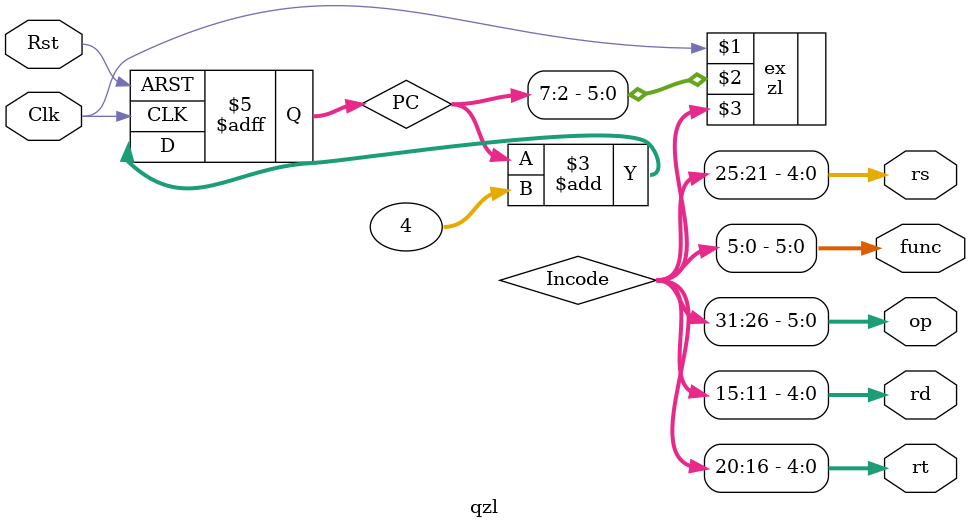
<source format=v>
`timescale 1ns / 1ps
module qzl(Rst, Clk, op, rs, rt, rd, func);
input Rst,Clk;
wire [31:0] Incode;
output reg [5:0] op,func;
output reg [4:0] rs,rt,rd;
reg [31:0] PC;
always @(posedge Rst or negedge Clk)
begin
	if(Rst == 1)
		PC <= 32'h0000_0000;
	else
		PC <= PC + 4;
end
zl ex(Clk, PC[7:2], Incode);
always @(Incode)
begin
	op = Incode[31:26];
	rs = Incode[25:21];
	rt = Incode[20:16];
	rd = Incode[15:11];
	func = Incode[5:0];
end
endmodule

</source>
